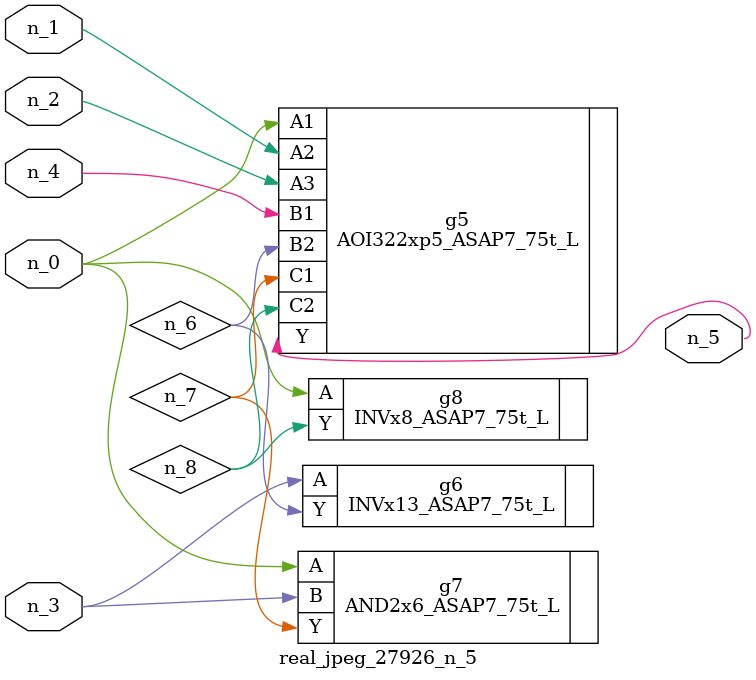
<source format=v>
module real_jpeg_27926_n_5 (n_4, n_0, n_1, n_2, n_3, n_5);

input n_4;
input n_0;
input n_1;
input n_2;
input n_3;

output n_5;

wire n_8;
wire n_6;
wire n_7;

AOI322xp5_ASAP7_75t_L g5 ( 
.A1(n_0),
.A2(n_1),
.A3(n_2),
.B1(n_4),
.B2(n_6),
.C1(n_7),
.C2(n_8),
.Y(n_5)
);

AND2x6_ASAP7_75t_L g7 ( 
.A(n_0),
.B(n_3),
.Y(n_7)
);

INVx8_ASAP7_75t_L g8 ( 
.A(n_0),
.Y(n_8)
);

INVx13_ASAP7_75t_L g6 ( 
.A(n_3),
.Y(n_6)
);


endmodule
</source>
